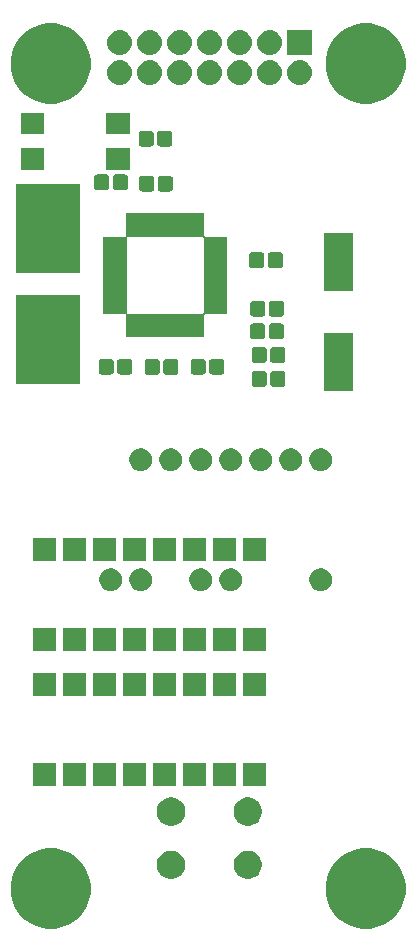
<source format=gts>
G04 #@! TF.GenerationSoftware,KiCad,Pcbnew,5.0.1-33cea8e~68~ubuntu14.04.1*
G04 #@! TF.CreationDate,2018-11-20T22:43:19-08:00*
G04 #@! TF.ProjectId,count,636F756E742E6B696361645F70636200,rev?*
G04 #@! TF.SameCoordinates,Original*
G04 #@! TF.FileFunction,Soldermask,Top*
G04 #@! TF.FilePolarity,Negative*
%FSLAX46Y46*%
G04 Gerber Fmt 4.6, Leading zero omitted, Abs format (unit mm)*
G04 Created by KiCad (PCBNEW 5.0.1-33cea8e~68~ubuntu14.04.1) date Tue 20 Nov 2018 10:43:19 PM PST*
%MOMM*%
%LPD*%
G01*
G04 APERTURE LIST*
%ADD10C,0.100000*%
G04 APERTURE END LIST*
D10*
G36*
X155677743Y-163354660D02*
X156296503Y-163610958D01*
X156853377Y-163983050D01*
X157326950Y-164456623D01*
X157699042Y-165013497D01*
X157955340Y-165632257D01*
X158086000Y-166289128D01*
X158086000Y-166958872D01*
X157955340Y-167615743D01*
X157699042Y-168234503D01*
X157326950Y-168791377D01*
X156853377Y-169264950D01*
X156296503Y-169637042D01*
X155677743Y-169893340D01*
X155020872Y-170024000D01*
X154351128Y-170024000D01*
X153694257Y-169893340D01*
X153075497Y-169637042D01*
X152518623Y-169264950D01*
X152045050Y-168791377D01*
X151672958Y-168234503D01*
X151416660Y-167615743D01*
X151286000Y-166958872D01*
X151286000Y-166289128D01*
X151416660Y-165632257D01*
X151672958Y-165013497D01*
X152045050Y-164456623D01*
X152518623Y-163983050D01*
X153075497Y-163610958D01*
X153694257Y-163354660D01*
X154351128Y-163224000D01*
X155020872Y-163224000D01*
X155677743Y-163354660D01*
X155677743Y-163354660D01*
G37*
G36*
X129007743Y-163354660D02*
X129626503Y-163610958D01*
X130183377Y-163983050D01*
X130656950Y-164456623D01*
X131029042Y-165013497D01*
X131285340Y-165632257D01*
X131416000Y-166289128D01*
X131416000Y-166958872D01*
X131285340Y-167615743D01*
X131029042Y-168234503D01*
X130656950Y-168791377D01*
X130183377Y-169264950D01*
X129626503Y-169637042D01*
X129007743Y-169893340D01*
X128350872Y-170024000D01*
X127681128Y-170024000D01*
X127024257Y-169893340D01*
X126405497Y-169637042D01*
X125848623Y-169264950D01*
X125375050Y-168791377D01*
X125002958Y-168234503D01*
X124746660Y-167615743D01*
X124616000Y-166958872D01*
X124616000Y-166289128D01*
X124746660Y-165632257D01*
X125002958Y-165013497D01*
X125375050Y-164456623D01*
X125848623Y-163983050D01*
X126405497Y-163610958D01*
X127024257Y-163354660D01*
X127681128Y-163224000D01*
X128350872Y-163224000D01*
X129007743Y-163354660D01*
X129007743Y-163354660D01*
G37*
G36*
X145050026Y-163446115D02*
X145268412Y-163536573D01*
X145464958Y-163667901D01*
X145632099Y-163835042D01*
X145763427Y-164031588D01*
X145853885Y-164249974D01*
X145900000Y-164481809D01*
X145900000Y-164718191D01*
X145853885Y-164950026D01*
X145763427Y-165168412D01*
X145632099Y-165364958D01*
X145464958Y-165532099D01*
X145268412Y-165663427D01*
X145050026Y-165753885D01*
X144818191Y-165800000D01*
X144581809Y-165800000D01*
X144349974Y-165753885D01*
X144131588Y-165663427D01*
X143935042Y-165532099D01*
X143767901Y-165364958D01*
X143636573Y-165168412D01*
X143546115Y-164950026D01*
X143500000Y-164718191D01*
X143500000Y-164481809D01*
X143546115Y-164249974D01*
X143636573Y-164031588D01*
X143767901Y-163835042D01*
X143935042Y-163667901D01*
X144131588Y-163536573D01*
X144349974Y-163446115D01*
X144581809Y-163400000D01*
X144818191Y-163400000D01*
X145050026Y-163446115D01*
X145050026Y-163446115D01*
G37*
G36*
X138550026Y-163446115D02*
X138768412Y-163536573D01*
X138964958Y-163667901D01*
X139132099Y-163835042D01*
X139263427Y-164031588D01*
X139353885Y-164249974D01*
X139400000Y-164481809D01*
X139400000Y-164718191D01*
X139353885Y-164950026D01*
X139263427Y-165168412D01*
X139132099Y-165364958D01*
X138964958Y-165532099D01*
X138768412Y-165663427D01*
X138550026Y-165753885D01*
X138318191Y-165800000D01*
X138081809Y-165800000D01*
X137849974Y-165753885D01*
X137631588Y-165663427D01*
X137435042Y-165532099D01*
X137267901Y-165364958D01*
X137136573Y-165168412D01*
X137046115Y-164950026D01*
X137000000Y-164718191D01*
X137000000Y-164481809D01*
X137046115Y-164249974D01*
X137136573Y-164031588D01*
X137267901Y-163835042D01*
X137435042Y-163667901D01*
X137631588Y-163536573D01*
X137849974Y-163446115D01*
X138081809Y-163400000D01*
X138318191Y-163400000D01*
X138550026Y-163446115D01*
X138550026Y-163446115D01*
G37*
G36*
X138550026Y-158946115D02*
X138768412Y-159036573D01*
X138964958Y-159167901D01*
X139132099Y-159335042D01*
X139263427Y-159531588D01*
X139353885Y-159749974D01*
X139400000Y-159981809D01*
X139400000Y-160218191D01*
X139353885Y-160450026D01*
X139263427Y-160668412D01*
X139132099Y-160864958D01*
X138964958Y-161032099D01*
X138768412Y-161163427D01*
X138550026Y-161253885D01*
X138318191Y-161300000D01*
X138081809Y-161300000D01*
X137849974Y-161253885D01*
X137631588Y-161163427D01*
X137435042Y-161032099D01*
X137267901Y-160864958D01*
X137136573Y-160668412D01*
X137046115Y-160450026D01*
X137000000Y-160218191D01*
X137000000Y-159981809D01*
X137046115Y-159749974D01*
X137136573Y-159531588D01*
X137267901Y-159335042D01*
X137435042Y-159167901D01*
X137631588Y-159036573D01*
X137849974Y-158946115D01*
X138081809Y-158900000D01*
X138318191Y-158900000D01*
X138550026Y-158946115D01*
X138550026Y-158946115D01*
G37*
G36*
X145050026Y-158946115D02*
X145268412Y-159036573D01*
X145464958Y-159167901D01*
X145632099Y-159335042D01*
X145763427Y-159531588D01*
X145853885Y-159749974D01*
X145900000Y-159981809D01*
X145900000Y-160218191D01*
X145853885Y-160450026D01*
X145763427Y-160668412D01*
X145632099Y-160864958D01*
X145464958Y-161032099D01*
X145268412Y-161163427D01*
X145050026Y-161253885D01*
X144818191Y-161300000D01*
X144581809Y-161300000D01*
X144349974Y-161253885D01*
X144131588Y-161163427D01*
X143935042Y-161032099D01*
X143767901Y-160864958D01*
X143636573Y-160668412D01*
X143546115Y-160450026D01*
X143500000Y-160218191D01*
X143500000Y-159981809D01*
X143546115Y-159749974D01*
X143636573Y-159531588D01*
X143767901Y-159335042D01*
X143935042Y-159167901D01*
X144131588Y-159036573D01*
X144349974Y-158946115D01*
X144581809Y-158900000D01*
X144818191Y-158900000D01*
X145050026Y-158946115D01*
X145050026Y-158946115D01*
G37*
G36*
X128508000Y-157972000D02*
X126508000Y-157972000D01*
X126508000Y-155972000D01*
X128508000Y-155972000D01*
X128508000Y-157972000D01*
X128508000Y-157972000D01*
G37*
G36*
X131048000Y-157972000D02*
X129048000Y-157972000D01*
X129048000Y-155972000D01*
X131048000Y-155972000D01*
X131048000Y-157972000D01*
X131048000Y-157972000D01*
G37*
G36*
X136128000Y-157972000D02*
X134128000Y-157972000D01*
X134128000Y-155972000D01*
X136128000Y-155972000D01*
X136128000Y-157972000D01*
X136128000Y-157972000D01*
G37*
G36*
X138668000Y-157972000D02*
X136668000Y-157972000D01*
X136668000Y-155972000D01*
X138668000Y-155972000D01*
X138668000Y-157972000D01*
X138668000Y-157972000D01*
G37*
G36*
X141208000Y-157972000D02*
X139208000Y-157972000D01*
X139208000Y-155972000D01*
X141208000Y-155972000D01*
X141208000Y-157972000D01*
X141208000Y-157972000D01*
G37*
G36*
X143748000Y-157972000D02*
X141748000Y-157972000D01*
X141748000Y-155972000D01*
X143748000Y-155972000D01*
X143748000Y-157972000D01*
X143748000Y-157972000D01*
G37*
G36*
X146288000Y-157972000D02*
X144288000Y-157972000D01*
X144288000Y-155972000D01*
X146288000Y-155972000D01*
X146288000Y-157972000D01*
X146288000Y-157972000D01*
G37*
G36*
X133588000Y-157972000D02*
X131588000Y-157972000D01*
X131588000Y-155972000D01*
X133588000Y-155972000D01*
X133588000Y-157972000D01*
X133588000Y-157972000D01*
G37*
G36*
X141208000Y-150352000D02*
X139208000Y-150352000D01*
X139208000Y-148352000D01*
X141208000Y-148352000D01*
X141208000Y-150352000D01*
X141208000Y-150352000D01*
G37*
G36*
X146288000Y-150352000D02*
X144288000Y-150352000D01*
X144288000Y-148352000D01*
X146288000Y-148352000D01*
X146288000Y-150352000D01*
X146288000Y-150352000D01*
G37*
G36*
X128508000Y-150352000D02*
X126508000Y-150352000D01*
X126508000Y-148352000D01*
X128508000Y-148352000D01*
X128508000Y-150352000D01*
X128508000Y-150352000D01*
G37*
G36*
X143748000Y-150352000D02*
X141748000Y-150352000D01*
X141748000Y-148352000D01*
X143748000Y-148352000D01*
X143748000Y-150352000D01*
X143748000Y-150352000D01*
G37*
G36*
X131048000Y-150352000D02*
X129048000Y-150352000D01*
X129048000Y-148352000D01*
X131048000Y-148352000D01*
X131048000Y-150352000D01*
X131048000Y-150352000D01*
G37*
G36*
X133588000Y-150352000D02*
X131588000Y-150352000D01*
X131588000Y-148352000D01*
X133588000Y-148352000D01*
X133588000Y-150352000D01*
X133588000Y-150352000D01*
G37*
G36*
X138668000Y-150352000D02*
X136668000Y-150352000D01*
X136668000Y-148352000D01*
X138668000Y-148352000D01*
X138668000Y-150352000D01*
X138668000Y-150352000D01*
G37*
G36*
X136128000Y-150352000D02*
X134128000Y-150352000D01*
X134128000Y-148352000D01*
X136128000Y-148352000D01*
X136128000Y-150352000D01*
X136128000Y-150352000D01*
G37*
G36*
X143748000Y-146542000D02*
X141748000Y-146542000D01*
X141748000Y-144542000D01*
X143748000Y-144542000D01*
X143748000Y-146542000D01*
X143748000Y-146542000D01*
G37*
G36*
X128508000Y-146542000D02*
X126508000Y-146542000D01*
X126508000Y-144542000D01*
X128508000Y-144542000D01*
X128508000Y-146542000D01*
X128508000Y-146542000D01*
G37*
G36*
X131048000Y-146542000D02*
X129048000Y-146542000D01*
X129048000Y-144542000D01*
X131048000Y-144542000D01*
X131048000Y-146542000D01*
X131048000Y-146542000D01*
G37*
G36*
X133588000Y-146542000D02*
X131588000Y-146542000D01*
X131588000Y-144542000D01*
X133588000Y-144542000D01*
X133588000Y-146542000D01*
X133588000Y-146542000D01*
G37*
G36*
X138668000Y-146542000D02*
X136668000Y-146542000D01*
X136668000Y-144542000D01*
X138668000Y-144542000D01*
X138668000Y-146542000D01*
X138668000Y-146542000D01*
G37*
G36*
X146288000Y-146542000D02*
X144288000Y-146542000D01*
X144288000Y-144542000D01*
X146288000Y-144542000D01*
X146288000Y-146542000D01*
X146288000Y-146542000D01*
G37*
G36*
X141208000Y-146542000D02*
X139208000Y-146542000D01*
X139208000Y-144542000D01*
X141208000Y-144542000D01*
X141208000Y-146542000D01*
X141208000Y-146542000D01*
G37*
G36*
X136128000Y-146542000D02*
X134128000Y-146542000D01*
X134128000Y-144542000D01*
X136128000Y-144542000D01*
X136128000Y-146542000D01*
X136128000Y-146542000D01*
G37*
G36*
X151156603Y-139536968D02*
X151156606Y-139536969D01*
X151156605Y-139536969D01*
X151331678Y-139609486D01*
X151331679Y-139609487D01*
X151489241Y-139714767D01*
X151623233Y-139848759D01*
X151623234Y-139848761D01*
X151728514Y-140006322D01*
X151784603Y-140141734D01*
X151801032Y-140181397D01*
X151838000Y-140367250D01*
X151838000Y-140556750D01*
X151801032Y-140742603D01*
X151801031Y-140742605D01*
X151728514Y-140917678D01*
X151728513Y-140917679D01*
X151623233Y-141075241D01*
X151489241Y-141209233D01*
X151409923Y-141262232D01*
X151331678Y-141314514D01*
X151196266Y-141370603D01*
X151156603Y-141387032D01*
X150970750Y-141424000D01*
X150781250Y-141424000D01*
X150595397Y-141387032D01*
X150555734Y-141370603D01*
X150420322Y-141314514D01*
X150342077Y-141262232D01*
X150262759Y-141209233D01*
X150128767Y-141075241D01*
X150023487Y-140917679D01*
X150023486Y-140917678D01*
X149950969Y-140742605D01*
X149950968Y-140742603D01*
X149914000Y-140556750D01*
X149914000Y-140367250D01*
X149950968Y-140181397D01*
X149967397Y-140141734D01*
X150023486Y-140006322D01*
X150128766Y-139848761D01*
X150128767Y-139848759D01*
X150262759Y-139714767D01*
X150420321Y-139609487D01*
X150420322Y-139609486D01*
X150595395Y-139536969D01*
X150595394Y-139536969D01*
X150595397Y-139536968D01*
X150781250Y-139500000D01*
X150970750Y-139500000D01*
X151156603Y-139536968D01*
X151156603Y-139536968D01*
G37*
G36*
X133376603Y-139536968D02*
X133376606Y-139536969D01*
X133376605Y-139536969D01*
X133551678Y-139609486D01*
X133551679Y-139609487D01*
X133709241Y-139714767D01*
X133843233Y-139848759D01*
X133843234Y-139848761D01*
X133948514Y-140006322D01*
X134004603Y-140141734D01*
X134021032Y-140181397D01*
X134058000Y-140367250D01*
X134058000Y-140556750D01*
X134021032Y-140742603D01*
X134021031Y-140742605D01*
X133948514Y-140917678D01*
X133948513Y-140917679D01*
X133843233Y-141075241D01*
X133709241Y-141209233D01*
X133629923Y-141262232D01*
X133551678Y-141314514D01*
X133416266Y-141370603D01*
X133376603Y-141387032D01*
X133190750Y-141424000D01*
X133001250Y-141424000D01*
X132815397Y-141387032D01*
X132775734Y-141370603D01*
X132640322Y-141314514D01*
X132562077Y-141262232D01*
X132482759Y-141209233D01*
X132348767Y-141075241D01*
X132243487Y-140917679D01*
X132243486Y-140917678D01*
X132170969Y-140742605D01*
X132170968Y-140742603D01*
X132134000Y-140556750D01*
X132134000Y-140367250D01*
X132170968Y-140181397D01*
X132187397Y-140141734D01*
X132243486Y-140006322D01*
X132348766Y-139848761D01*
X132348767Y-139848759D01*
X132482759Y-139714767D01*
X132640321Y-139609487D01*
X132640322Y-139609486D01*
X132815395Y-139536969D01*
X132815394Y-139536969D01*
X132815397Y-139536968D01*
X133001250Y-139500000D01*
X133190750Y-139500000D01*
X133376603Y-139536968D01*
X133376603Y-139536968D01*
G37*
G36*
X135916603Y-139536968D02*
X135916606Y-139536969D01*
X135916605Y-139536969D01*
X136091678Y-139609486D01*
X136091679Y-139609487D01*
X136249241Y-139714767D01*
X136383233Y-139848759D01*
X136383234Y-139848761D01*
X136488514Y-140006322D01*
X136544603Y-140141734D01*
X136561032Y-140181397D01*
X136598000Y-140367250D01*
X136598000Y-140556750D01*
X136561032Y-140742603D01*
X136561031Y-140742605D01*
X136488514Y-140917678D01*
X136488513Y-140917679D01*
X136383233Y-141075241D01*
X136249241Y-141209233D01*
X136169923Y-141262232D01*
X136091678Y-141314514D01*
X135956266Y-141370603D01*
X135916603Y-141387032D01*
X135730750Y-141424000D01*
X135541250Y-141424000D01*
X135355397Y-141387032D01*
X135315734Y-141370603D01*
X135180322Y-141314514D01*
X135102077Y-141262232D01*
X135022759Y-141209233D01*
X134888767Y-141075241D01*
X134783487Y-140917679D01*
X134783486Y-140917678D01*
X134710969Y-140742605D01*
X134710968Y-140742603D01*
X134674000Y-140556750D01*
X134674000Y-140367250D01*
X134710968Y-140181397D01*
X134727397Y-140141734D01*
X134783486Y-140006322D01*
X134888766Y-139848761D01*
X134888767Y-139848759D01*
X135022759Y-139714767D01*
X135180321Y-139609487D01*
X135180322Y-139609486D01*
X135355395Y-139536969D01*
X135355394Y-139536969D01*
X135355397Y-139536968D01*
X135541250Y-139500000D01*
X135730750Y-139500000D01*
X135916603Y-139536968D01*
X135916603Y-139536968D01*
G37*
G36*
X140996603Y-139536968D02*
X140996606Y-139536969D01*
X140996605Y-139536969D01*
X141171678Y-139609486D01*
X141171679Y-139609487D01*
X141329241Y-139714767D01*
X141463233Y-139848759D01*
X141463234Y-139848761D01*
X141568514Y-140006322D01*
X141624603Y-140141734D01*
X141641032Y-140181397D01*
X141678000Y-140367250D01*
X141678000Y-140556750D01*
X141641032Y-140742603D01*
X141641031Y-140742605D01*
X141568514Y-140917678D01*
X141568513Y-140917679D01*
X141463233Y-141075241D01*
X141329241Y-141209233D01*
X141249923Y-141262232D01*
X141171678Y-141314514D01*
X141036266Y-141370603D01*
X140996603Y-141387032D01*
X140810750Y-141424000D01*
X140621250Y-141424000D01*
X140435397Y-141387032D01*
X140395734Y-141370603D01*
X140260322Y-141314514D01*
X140182077Y-141262232D01*
X140102759Y-141209233D01*
X139968767Y-141075241D01*
X139863487Y-140917679D01*
X139863486Y-140917678D01*
X139790969Y-140742605D01*
X139790968Y-140742603D01*
X139754000Y-140556750D01*
X139754000Y-140367250D01*
X139790968Y-140181397D01*
X139807397Y-140141734D01*
X139863486Y-140006322D01*
X139968766Y-139848761D01*
X139968767Y-139848759D01*
X140102759Y-139714767D01*
X140260321Y-139609487D01*
X140260322Y-139609486D01*
X140435395Y-139536969D01*
X140435394Y-139536969D01*
X140435397Y-139536968D01*
X140621250Y-139500000D01*
X140810750Y-139500000D01*
X140996603Y-139536968D01*
X140996603Y-139536968D01*
G37*
G36*
X143536603Y-139536968D02*
X143536606Y-139536969D01*
X143536605Y-139536969D01*
X143711678Y-139609486D01*
X143711679Y-139609487D01*
X143869241Y-139714767D01*
X144003233Y-139848759D01*
X144003234Y-139848761D01*
X144108514Y-140006322D01*
X144164603Y-140141734D01*
X144181032Y-140181397D01*
X144218000Y-140367250D01*
X144218000Y-140556750D01*
X144181032Y-140742603D01*
X144181031Y-140742605D01*
X144108514Y-140917678D01*
X144108513Y-140917679D01*
X144003233Y-141075241D01*
X143869241Y-141209233D01*
X143789923Y-141262232D01*
X143711678Y-141314514D01*
X143576266Y-141370603D01*
X143536603Y-141387032D01*
X143350750Y-141424000D01*
X143161250Y-141424000D01*
X142975397Y-141387032D01*
X142935734Y-141370603D01*
X142800322Y-141314514D01*
X142722077Y-141262232D01*
X142642759Y-141209233D01*
X142508767Y-141075241D01*
X142403487Y-140917679D01*
X142403486Y-140917678D01*
X142330969Y-140742605D01*
X142330968Y-140742603D01*
X142294000Y-140556750D01*
X142294000Y-140367250D01*
X142330968Y-140181397D01*
X142347397Y-140141734D01*
X142403486Y-140006322D01*
X142508766Y-139848761D01*
X142508767Y-139848759D01*
X142642759Y-139714767D01*
X142800321Y-139609487D01*
X142800322Y-139609486D01*
X142975395Y-139536969D01*
X142975394Y-139536969D01*
X142975397Y-139536968D01*
X143161250Y-139500000D01*
X143350750Y-139500000D01*
X143536603Y-139536968D01*
X143536603Y-139536968D01*
G37*
G36*
X143748000Y-138922000D02*
X141748000Y-138922000D01*
X141748000Y-136922000D01*
X143748000Y-136922000D01*
X143748000Y-138922000D01*
X143748000Y-138922000D01*
G37*
G36*
X146288000Y-138922000D02*
X144288000Y-138922000D01*
X144288000Y-136922000D01*
X146288000Y-136922000D01*
X146288000Y-138922000D01*
X146288000Y-138922000D01*
G37*
G36*
X141208000Y-138922000D02*
X139208000Y-138922000D01*
X139208000Y-136922000D01*
X141208000Y-136922000D01*
X141208000Y-138922000D01*
X141208000Y-138922000D01*
G37*
G36*
X138668000Y-138922000D02*
X136668000Y-138922000D01*
X136668000Y-136922000D01*
X138668000Y-136922000D01*
X138668000Y-138922000D01*
X138668000Y-138922000D01*
G37*
G36*
X136128000Y-138922000D02*
X134128000Y-138922000D01*
X134128000Y-136922000D01*
X136128000Y-136922000D01*
X136128000Y-138922000D01*
X136128000Y-138922000D01*
G37*
G36*
X133588000Y-138922000D02*
X131588000Y-138922000D01*
X131588000Y-136922000D01*
X133588000Y-136922000D01*
X133588000Y-138922000D01*
X133588000Y-138922000D01*
G37*
G36*
X131048000Y-138922000D02*
X129048000Y-138922000D01*
X129048000Y-136922000D01*
X131048000Y-136922000D01*
X131048000Y-138922000D01*
X131048000Y-138922000D01*
G37*
G36*
X128508000Y-138922000D02*
X126508000Y-138922000D01*
X126508000Y-136922000D01*
X128508000Y-136922000D01*
X128508000Y-138922000D01*
X128508000Y-138922000D01*
G37*
G36*
X151156603Y-129376968D02*
X151156606Y-129376969D01*
X151156605Y-129376969D01*
X151331678Y-129449486D01*
X151331679Y-129449487D01*
X151489241Y-129554767D01*
X151623233Y-129688759D01*
X151623234Y-129688761D01*
X151728514Y-129846322D01*
X151784603Y-129981734D01*
X151801032Y-130021397D01*
X151838000Y-130207250D01*
X151838000Y-130396750D01*
X151801032Y-130582603D01*
X151801031Y-130582605D01*
X151728514Y-130757678D01*
X151728513Y-130757679D01*
X151623233Y-130915241D01*
X151489241Y-131049233D01*
X151409923Y-131102232D01*
X151331678Y-131154514D01*
X151196266Y-131210603D01*
X151156603Y-131227032D01*
X150970750Y-131264000D01*
X150781250Y-131264000D01*
X150595397Y-131227032D01*
X150555734Y-131210603D01*
X150420322Y-131154514D01*
X150342077Y-131102232D01*
X150262759Y-131049233D01*
X150128767Y-130915241D01*
X150023487Y-130757679D01*
X150023486Y-130757678D01*
X149950969Y-130582605D01*
X149950968Y-130582603D01*
X149914000Y-130396750D01*
X149914000Y-130207250D01*
X149950968Y-130021397D01*
X149967397Y-129981734D01*
X150023486Y-129846322D01*
X150128766Y-129688761D01*
X150128767Y-129688759D01*
X150262759Y-129554767D01*
X150420321Y-129449487D01*
X150420322Y-129449486D01*
X150595395Y-129376969D01*
X150595394Y-129376969D01*
X150595397Y-129376968D01*
X150781250Y-129340000D01*
X150970750Y-129340000D01*
X151156603Y-129376968D01*
X151156603Y-129376968D01*
G37*
G36*
X148616603Y-129376968D02*
X148616606Y-129376969D01*
X148616605Y-129376969D01*
X148791678Y-129449486D01*
X148791679Y-129449487D01*
X148949241Y-129554767D01*
X149083233Y-129688759D01*
X149083234Y-129688761D01*
X149188514Y-129846322D01*
X149244603Y-129981734D01*
X149261032Y-130021397D01*
X149298000Y-130207250D01*
X149298000Y-130396750D01*
X149261032Y-130582603D01*
X149261031Y-130582605D01*
X149188514Y-130757678D01*
X149188513Y-130757679D01*
X149083233Y-130915241D01*
X148949241Y-131049233D01*
X148869923Y-131102232D01*
X148791678Y-131154514D01*
X148656266Y-131210603D01*
X148616603Y-131227032D01*
X148430750Y-131264000D01*
X148241250Y-131264000D01*
X148055397Y-131227032D01*
X148015734Y-131210603D01*
X147880322Y-131154514D01*
X147802077Y-131102232D01*
X147722759Y-131049233D01*
X147588767Y-130915241D01*
X147483487Y-130757679D01*
X147483486Y-130757678D01*
X147410969Y-130582605D01*
X147410968Y-130582603D01*
X147374000Y-130396750D01*
X147374000Y-130207250D01*
X147410968Y-130021397D01*
X147427397Y-129981734D01*
X147483486Y-129846322D01*
X147588766Y-129688761D01*
X147588767Y-129688759D01*
X147722759Y-129554767D01*
X147880321Y-129449487D01*
X147880322Y-129449486D01*
X148055395Y-129376969D01*
X148055394Y-129376969D01*
X148055397Y-129376968D01*
X148241250Y-129340000D01*
X148430750Y-129340000D01*
X148616603Y-129376968D01*
X148616603Y-129376968D01*
G37*
G36*
X146076603Y-129376968D02*
X146076606Y-129376969D01*
X146076605Y-129376969D01*
X146251678Y-129449486D01*
X146251679Y-129449487D01*
X146409241Y-129554767D01*
X146543233Y-129688759D01*
X146543234Y-129688761D01*
X146648514Y-129846322D01*
X146704603Y-129981734D01*
X146721032Y-130021397D01*
X146758000Y-130207250D01*
X146758000Y-130396750D01*
X146721032Y-130582603D01*
X146721031Y-130582605D01*
X146648514Y-130757678D01*
X146648513Y-130757679D01*
X146543233Y-130915241D01*
X146409241Y-131049233D01*
X146329923Y-131102232D01*
X146251678Y-131154514D01*
X146116266Y-131210603D01*
X146076603Y-131227032D01*
X145890750Y-131264000D01*
X145701250Y-131264000D01*
X145515397Y-131227032D01*
X145475734Y-131210603D01*
X145340322Y-131154514D01*
X145262077Y-131102232D01*
X145182759Y-131049233D01*
X145048767Y-130915241D01*
X144943487Y-130757679D01*
X144943486Y-130757678D01*
X144870969Y-130582605D01*
X144870968Y-130582603D01*
X144834000Y-130396750D01*
X144834000Y-130207250D01*
X144870968Y-130021397D01*
X144887397Y-129981734D01*
X144943486Y-129846322D01*
X145048766Y-129688761D01*
X145048767Y-129688759D01*
X145182759Y-129554767D01*
X145340321Y-129449487D01*
X145340322Y-129449486D01*
X145515395Y-129376969D01*
X145515394Y-129376969D01*
X145515397Y-129376968D01*
X145701250Y-129340000D01*
X145890750Y-129340000D01*
X146076603Y-129376968D01*
X146076603Y-129376968D01*
G37*
G36*
X138456603Y-129376968D02*
X138456606Y-129376969D01*
X138456605Y-129376969D01*
X138631678Y-129449486D01*
X138631679Y-129449487D01*
X138789241Y-129554767D01*
X138923233Y-129688759D01*
X138923234Y-129688761D01*
X139028514Y-129846322D01*
X139084603Y-129981734D01*
X139101032Y-130021397D01*
X139138000Y-130207250D01*
X139138000Y-130396750D01*
X139101032Y-130582603D01*
X139101031Y-130582605D01*
X139028514Y-130757678D01*
X139028513Y-130757679D01*
X138923233Y-130915241D01*
X138789241Y-131049233D01*
X138709923Y-131102232D01*
X138631678Y-131154514D01*
X138496266Y-131210603D01*
X138456603Y-131227032D01*
X138270750Y-131264000D01*
X138081250Y-131264000D01*
X137895397Y-131227032D01*
X137855734Y-131210603D01*
X137720322Y-131154514D01*
X137642077Y-131102232D01*
X137562759Y-131049233D01*
X137428767Y-130915241D01*
X137323487Y-130757679D01*
X137323486Y-130757678D01*
X137250969Y-130582605D01*
X137250968Y-130582603D01*
X137214000Y-130396750D01*
X137214000Y-130207250D01*
X137250968Y-130021397D01*
X137267397Y-129981734D01*
X137323486Y-129846322D01*
X137428766Y-129688761D01*
X137428767Y-129688759D01*
X137562759Y-129554767D01*
X137720321Y-129449487D01*
X137720322Y-129449486D01*
X137895395Y-129376969D01*
X137895394Y-129376969D01*
X137895397Y-129376968D01*
X138081250Y-129340000D01*
X138270750Y-129340000D01*
X138456603Y-129376968D01*
X138456603Y-129376968D01*
G37*
G36*
X143536603Y-129376968D02*
X143536606Y-129376969D01*
X143536605Y-129376969D01*
X143711678Y-129449486D01*
X143711679Y-129449487D01*
X143869241Y-129554767D01*
X144003233Y-129688759D01*
X144003234Y-129688761D01*
X144108514Y-129846322D01*
X144164603Y-129981734D01*
X144181032Y-130021397D01*
X144218000Y-130207250D01*
X144218000Y-130396750D01*
X144181032Y-130582603D01*
X144181031Y-130582605D01*
X144108514Y-130757678D01*
X144108513Y-130757679D01*
X144003233Y-130915241D01*
X143869241Y-131049233D01*
X143789923Y-131102232D01*
X143711678Y-131154514D01*
X143576266Y-131210603D01*
X143536603Y-131227032D01*
X143350750Y-131264000D01*
X143161250Y-131264000D01*
X142975397Y-131227032D01*
X142935734Y-131210603D01*
X142800322Y-131154514D01*
X142722077Y-131102232D01*
X142642759Y-131049233D01*
X142508767Y-130915241D01*
X142403487Y-130757679D01*
X142403486Y-130757678D01*
X142330969Y-130582605D01*
X142330968Y-130582603D01*
X142294000Y-130396750D01*
X142294000Y-130207250D01*
X142330968Y-130021397D01*
X142347397Y-129981734D01*
X142403486Y-129846322D01*
X142508766Y-129688761D01*
X142508767Y-129688759D01*
X142642759Y-129554767D01*
X142800321Y-129449487D01*
X142800322Y-129449486D01*
X142975395Y-129376969D01*
X142975394Y-129376969D01*
X142975397Y-129376968D01*
X143161250Y-129340000D01*
X143350750Y-129340000D01*
X143536603Y-129376968D01*
X143536603Y-129376968D01*
G37*
G36*
X135916603Y-129376968D02*
X135916606Y-129376969D01*
X135916605Y-129376969D01*
X136091678Y-129449486D01*
X136091679Y-129449487D01*
X136249241Y-129554767D01*
X136383233Y-129688759D01*
X136383234Y-129688761D01*
X136488514Y-129846322D01*
X136544603Y-129981734D01*
X136561032Y-130021397D01*
X136598000Y-130207250D01*
X136598000Y-130396750D01*
X136561032Y-130582603D01*
X136561031Y-130582605D01*
X136488514Y-130757678D01*
X136488513Y-130757679D01*
X136383233Y-130915241D01*
X136249241Y-131049233D01*
X136169923Y-131102232D01*
X136091678Y-131154514D01*
X135956266Y-131210603D01*
X135916603Y-131227032D01*
X135730750Y-131264000D01*
X135541250Y-131264000D01*
X135355397Y-131227032D01*
X135315734Y-131210603D01*
X135180322Y-131154514D01*
X135102077Y-131102232D01*
X135022759Y-131049233D01*
X134888767Y-130915241D01*
X134783487Y-130757679D01*
X134783486Y-130757678D01*
X134710969Y-130582605D01*
X134710968Y-130582603D01*
X134674000Y-130396750D01*
X134674000Y-130207250D01*
X134710968Y-130021397D01*
X134727397Y-129981734D01*
X134783486Y-129846322D01*
X134888766Y-129688761D01*
X134888767Y-129688759D01*
X135022759Y-129554767D01*
X135180321Y-129449487D01*
X135180322Y-129449486D01*
X135355395Y-129376969D01*
X135355394Y-129376969D01*
X135355397Y-129376968D01*
X135541250Y-129340000D01*
X135730750Y-129340000D01*
X135916603Y-129376968D01*
X135916603Y-129376968D01*
G37*
G36*
X140996603Y-129376968D02*
X140996606Y-129376969D01*
X140996605Y-129376969D01*
X141171678Y-129449486D01*
X141171679Y-129449487D01*
X141329241Y-129554767D01*
X141463233Y-129688759D01*
X141463234Y-129688761D01*
X141568514Y-129846322D01*
X141624603Y-129981734D01*
X141641032Y-130021397D01*
X141678000Y-130207250D01*
X141678000Y-130396750D01*
X141641032Y-130582603D01*
X141641031Y-130582605D01*
X141568514Y-130757678D01*
X141568513Y-130757679D01*
X141463233Y-130915241D01*
X141329241Y-131049233D01*
X141249923Y-131102232D01*
X141171678Y-131154514D01*
X141036266Y-131210603D01*
X140996603Y-131227032D01*
X140810750Y-131264000D01*
X140621250Y-131264000D01*
X140435397Y-131227032D01*
X140395734Y-131210603D01*
X140260322Y-131154514D01*
X140182077Y-131102232D01*
X140102759Y-131049233D01*
X139968767Y-130915241D01*
X139863487Y-130757679D01*
X139863486Y-130757678D01*
X139790969Y-130582605D01*
X139790968Y-130582603D01*
X139754000Y-130396750D01*
X139754000Y-130207250D01*
X139790968Y-130021397D01*
X139807397Y-129981734D01*
X139863486Y-129846322D01*
X139968766Y-129688761D01*
X139968767Y-129688759D01*
X140102759Y-129554767D01*
X140260321Y-129449487D01*
X140260322Y-129449486D01*
X140435395Y-129376969D01*
X140435394Y-129376969D01*
X140435397Y-129376968D01*
X140621250Y-129340000D01*
X140810750Y-129340000D01*
X140996603Y-129376968D01*
X140996603Y-129376968D01*
G37*
G36*
X153600000Y-124488000D02*
X151200000Y-124488000D01*
X151200000Y-119588000D01*
X153600000Y-119588000D01*
X153600000Y-124488000D01*
X153600000Y-124488000D01*
G37*
G36*
X146111122Y-122798517D02*
X146159085Y-122813066D01*
X146203275Y-122836686D01*
X146242018Y-122868482D01*
X146273814Y-122907225D01*
X146297434Y-122951415D01*
X146311983Y-122999378D01*
X146317500Y-123055391D01*
X146317500Y-123880609D01*
X146311983Y-123936622D01*
X146297434Y-123984585D01*
X146273814Y-124028775D01*
X146242018Y-124067518D01*
X146203275Y-124099314D01*
X146159085Y-124122934D01*
X146111122Y-124137483D01*
X146055109Y-124143000D01*
X145304891Y-124143000D01*
X145248878Y-124137483D01*
X145200915Y-124122934D01*
X145156725Y-124099314D01*
X145117982Y-124067518D01*
X145086186Y-124028775D01*
X145062566Y-123984585D01*
X145048017Y-123936622D01*
X145042500Y-123880609D01*
X145042500Y-123055391D01*
X145048017Y-122999378D01*
X145062566Y-122951415D01*
X145086186Y-122907225D01*
X145117982Y-122868482D01*
X145156725Y-122836686D01*
X145200915Y-122813066D01*
X145248878Y-122798517D01*
X145304891Y-122793000D01*
X146055109Y-122793000D01*
X146111122Y-122798517D01*
X146111122Y-122798517D01*
G37*
G36*
X147686122Y-122798517D02*
X147734085Y-122813066D01*
X147778275Y-122836686D01*
X147817018Y-122868482D01*
X147848814Y-122907225D01*
X147872434Y-122951415D01*
X147886983Y-122999378D01*
X147892500Y-123055391D01*
X147892500Y-123880609D01*
X147886983Y-123936622D01*
X147872434Y-123984585D01*
X147848814Y-124028775D01*
X147817018Y-124067518D01*
X147778275Y-124099314D01*
X147734085Y-124122934D01*
X147686122Y-124137483D01*
X147630109Y-124143000D01*
X146879891Y-124143000D01*
X146823878Y-124137483D01*
X146775915Y-124122934D01*
X146731725Y-124099314D01*
X146692982Y-124067518D01*
X146661186Y-124028775D01*
X146637566Y-123984585D01*
X146623017Y-123936622D01*
X146617500Y-123880609D01*
X146617500Y-123055391D01*
X146623017Y-122999378D01*
X146637566Y-122951415D01*
X146661186Y-122907225D01*
X146692982Y-122868482D01*
X146731725Y-122836686D01*
X146775915Y-122813066D01*
X146823878Y-122798517D01*
X146879891Y-122793000D01*
X147630109Y-122793000D01*
X147686122Y-122798517D01*
X147686122Y-122798517D01*
G37*
G36*
X130462000Y-123882000D02*
X125062000Y-123882000D01*
X125062000Y-116402000D01*
X130462000Y-116402000D01*
X130462000Y-123882000D01*
X130462000Y-123882000D01*
G37*
G36*
X138621122Y-121782517D02*
X138669085Y-121797066D01*
X138713275Y-121820686D01*
X138752018Y-121852482D01*
X138783814Y-121891225D01*
X138807434Y-121935415D01*
X138821983Y-121983378D01*
X138827500Y-122039391D01*
X138827500Y-122864609D01*
X138821983Y-122920622D01*
X138807434Y-122968585D01*
X138783814Y-123012775D01*
X138752018Y-123051518D01*
X138713275Y-123083314D01*
X138669085Y-123106934D01*
X138621122Y-123121483D01*
X138565109Y-123127000D01*
X137814891Y-123127000D01*
X137758878Y-123121483D01*
X137710915Y-123106934D01*
X137666725Y-123083314D01*
X137627982Y-123051518D01*
X137596186Y-123012775D01*
X137572566Y-122968585D01*
X137558017Y-122920622D01*
X137552500Y-122864609D01*
X137552500Y-122039391D01*
X137558017Y-121983378D01*
X137572566Y-121935415D01*
X137596186Y-121891225D01*
X137627982Y-121852482D01*
X137666725Y-121820686D01*
X137710915Y-121797066D01*
X137758878Y-121782517D01*
X137814891Y-121777000D01*
X138565109Y-121777000D01*
X138621122Y-121782517D01*
X138621122Y-121782517D01*
G37*
G36*
X137046122Y-121782517D02*
X137094085Y-121797066D01*
X137138275Y-121820686D01*
X137177018Y-121852482D01*
X137208814Y-121891225D01*
X137232434Y-121935415D01*
X137246983Y-121983378D01*
X137252500Y-122039391D01*
X137252500Y-122864609D01*
X137246983Y-122920622D01*
X137232434Y-122968585D01*
X137208814Y-123012775D01*
X137177018Y-123051518D01*
X137138275Y-123083314D01*
X137094085Y-123106934D01*
X137046122Y-123121483D01*
X136990109Y-123127000D01*
X136239891Y-123127000D01*
X136183878Y-123121483D01*
X136135915Y-123106934D01*
X136091725Y-123083314D01*
X136052982Y-123051518D01*
X136021186Y-123012775D01*
X135997566Y-122968585D01*
X135983017Y-122920622D01*
X135977500Y-122864609D01*
X135977500Y-122039391D01*
X135983017Y-121983378D01*
X135997566Y-121935415D01*
X136021186Y-121891225D01*
X136052982Y-121852482D01*
X136091725Y-121820686D01*
X136135915Y-121797066D01*
X136183878Y-121782517D01*
X136239891Y-121777000D01*
X136990109Y-121777000D01*
X137046122Y-121782517D01*
X137046122Y-121782517D01*
G37*
G36*
X140931122Y-121758517D02*
X140979085Y-121773066D01*
X141023275Y-121796686D01*
X141062018Y-121828482D01*
X141093814Y-121867225D01*
X141117434Y-121911415D01*
X141131983Y-121959378D01*
X141137500Y-122015391D01*
X141137500Y-122840609D01*
X141131983Y-122896622D01*
X141117434Y-122944585D01*
X141093814Y-122988775D01*
X141062018Y-123027518D01*
X141023275Y-123059314D01*
X140979085Y-123082934D01*
X140931122Y-123097483D01*
X140875109Y-123103000D01*
X140124891Y-123103000D01*
X140068878Y-123097483D01*
X140020915Y-123082934D01*
X139976725Y-123059314D01*
X139937982Y-123027518D01*
X139906186Y-122988775D01*
X139882566Y-122944585D01*
X139868017Y-122896622D01*
X139862500Y-122840609D01*
X139862500Y-122015391D01*
X139868017Y-121959378D01*
X139882566Y-121911415D01*
X139906186Y-121867225D01*
X139937982Y-121828482D01*
X139976725Y-121796686D01*
X140020915Y-121773066D01*
X140068878Y-121758517D01*
X140124891Y-121753000D01*
X140875109Y-121753000D01*
X140931122Y-121758517D01*
X140931122Y-121758517D01*
G37*
G36*
X133146122Y-121758517D02*
X133194085Y-121773066D01*
X133238275Y-121796686D01*
X133277018Y-121828482D01*
X133308814Y-121867225D01*
X133332434Y-121911415D01*
X133346983Y-121959378D01*
X133352500Y-122015391D01*
X133352500Y-122840609D01*
X133346983Y-122896622D01*
X133332434Y-122944585D01*
X133308814Y-122988775D01*
X133277018Y-123027518D01*
X133238275Y-123059314D01*
X133194085Y-123082934D01*
X133146122Y-123097483D01*
X133090109Y-123103000D01*
X132339891Y-123103000D01*
X132283878Y-123097483D01*
X132235915Y-123082934D01*
X132191725Y-123059314D01*
X132152982Y-123027518D01*
X132121186Y-122988775D01*
X132097566Y-122944585D01*
X132083017Y-122896622D01*
X132077500Y-122840609D01*
X132077500Y-122015391D01*
X132083017Y-121959378D01*
X132097566Y-121911415D01*
X132121186Y-121867225D01*
X132152982Y-121828482D01*
X132191725Y-121796686D01*
X132235915Y-121773066D01*
X132283878Y-121758517D01*
X132339891Y-121753000D01*
X133090109Y-121753000D01*
X133146122Y-121758517D01*
X133146122Y-121758517D01*
G37*
G36*
X134721122Y-121758517D02*
X134769085Y-121773066D01*
X134813275Y-121796686D01*
X134852018Y-121828482D01*
X134883814Y-121867225D01*
X134907434Y-121911415D01*
X134921983Y-121959378D01*
X134927500Y-122015391D01*
X134927500Y-122840609D01*
X134921983Y-122896622D01*
X134907434Y-122944585D01*
X134883814Y-122988775D01*
X134852018Y-123027518D01*
X134813275Y-123059314D01*
X134769085Y-123082934D01*
X134721122Y-123097483D01*
X134665109Y-123103000D01*
X133914891Y-123103000D01*
X133858878Y-123097483D01*
X133810915Y-123082934D01*
X133766725Y-123059314D01*
X133727982Y-123027518D01*
X133696186Y-122988775D01*
X133672566Y-122944585D01*
X133658017Y-122896622D01*
X133652500Y-122840609D01*
X133652500Y-122015391D01*
X133658017Y-121959378D01*
X133672566Y-121911415D01*
X133696186Y-121867225D01*
X133727982Y-121828482D01*
X133766725Y-121796686D01*
X133810915Y-121773066D01*
X133858878Y-121758517D01*
X133914891Y-121753000D01*
X134665109Y-121753000D01*
X134721122Y-121758517D01*
X134721122Y-121758517D01*
G37*
G36*
X142506122Y-121758517D02*
X142554085Y-121773066D01*
X142598275Y-121796686D01*
X142637018Y-121828482D01*
X142668814Y-121867225D01*
X142692434Y-121911415D01*
X142706983Y-121959378D01*
X142712500Y-122015391D01*
X142712500Y-122840609D01*
X142706983Y-122896622D01*
X142692434Y-122944585D01*
X142668814Y-122988775D01*
X142637018Y-123027518D01*
X142598275Y-123059314D01*
X142554085Y-123082934D01*
X142506122Y-123097483D01*
X142450109Y-123103000D01*
X141699891Y-123103000D01*
X141643878Y-123097483D01*
X141595915Y-123082934D01*
X141551725Y-123059314D01*
X141512982Y-123027518D01*
X141481186Y-122988775D01*
X141457566Y-122944585D01*
X141443017Y-122896622D01*
X141437500Y-122840609D01*
X141437500Y-122015391D01*
X141443017Y-121959378D01*
X141457566Y-121911415D01*
X141481186Y-121867225D01*
X141512982Y-121828482D01*
X141551725Y-121796686D01*
X141595915Y-121773066D01*
X141643878Y-121758517D01*
X141699891Y-121753000D01*
X142450109Y-121753000D01*
X142506122Y-121758517D01*
X142506122Y-121758517D01*
G37*
G36*
X146096122Y-120768517D02*
X146144085Y-120783066D01*
X146188275Y-120806686D01*
X146227018Y-120838482D01*
X146258814Y-120877225D01*
X146282434Y-120921415D01*
X146296983Y-120969378D01*
X146302500Y-121025391D01*
X146302500Y-121850609D01*
X146296983Y-121906622D01*
X146282434Y-121954585D01*
X146258814Y-121998775D01*
X146227018Y-122037518D01*
X146188275Y-122069314D01*
X146144085Y-122092934D01*
X146096122Y-122107483D01*
X146040109Y-122113000D01*
X145289891Y-122113000D01*
X145233878Y-122107483D01*
X145185915Y-122092934D01*
X145141725Y-122069314D01*
X145102982Y-122037518D01*
X145071186Y-121998775D01*
X145047566Y-121954585D01*
X145033017Y-121906622D01*
X145027500Y-121850609D01*
X145027500Y-121025391D01*
X145033017Y-120969378D01*
X145047566Y-120921415D01*
X145071186Y-120877225D01*
X145102982Y-120838482D01*
X145141725Y-120806686D01*
X145185915Y-120783066D01*
X145233878Y-120768517D01*
X145289891Y-120763000D01*
X146040109Y-120763000D01*
X146096122Y-120768517D01*
X146096122Y-120768517D01*
G37*
G36*
X147671122Y-120768517D02*
X147719085Y-120783066D01*
X147763275Y-120806686D01*
X147802018Y-120838482D01*
X147833814Y-120877225D01*
X147857434Y-120921415D01*
X147871983Y-120969378D01*
X147877500Y-121025391D01*
X147877500Y-121850609D01*
X147871983Y-121906622D01*
X147857434Y-121954585D01*
X147833814Y-121998775D01*
X147802018Y-122037518D01*
X147763275Y-122069314D01*
X147719085Y-122092934D01*
X147671122Y-122107483D01*
X147615109Y-122113000D01*
X146864891Y-122113000D01*
X146808878Y-122107483D01*
X146760915Y-122092934D01*
X146716725Y-122069314D01*
X146677982Y-122037518D01*
X146646186Y-121998775D01*
X146622566Y-121954585D01*
X146608017Y-121906622D01*
X146602500Y-121850609D01*
X146602500Y-121025391D01*
X146608017Y-120969378D01*
X146622566Y-120921415D01*
X146646186Y-120877225D01*
X146677982Y-120838482D01*
X146716725Y-120806686D01*
X146760915Y-120783066D01*
X146808878Y-120768517D01*
X146864891Y-120763000D01*
X147615109Y-120763000D01*
X147671122Y-120768517D01*
X147671122Y-120768517D01*
G37*
G36*
X147546122Y-118778517D02*
X147594085Y-118793066D01*
X147638275Y-118816686D01*
X147677018Y-118848482D01*
X147708814Y-118887225D01*
X147732434Y-118931415D01*
X147746983Y-118979378D01*
X147752500Y-119035391D01*
X147752500Y-119860609D01*
X147746983Y-119916622D01*
X147732434Y-119964585D01*
X147708814Y-120008775D01*
X147677018Y-120047518D01*
X147638275Y-120079314D01*
X147594085Y-120102934D01*
X147546122Y-120117483D01*
X147490109Y-120123000D01*
X146739891Y-120123000D01*
X146683878Y-120117483D01*
X146635915Y-120102934D01*
X146591725Y-120079314D01*
X146552982Y-120047518D01*
X146521186Y-120008775D01*
X146497566Y-119964585D01*
X146483017Y-119916622D01*
X146477500Y-119860609D01*
X146477500Y-119035391D01*
X146483017Y-118979378D01*
X146497566Y-118931415D01*
X146521186Y-118887225D01*
X146552982Y-118848482D01*
X146591725Y-118816686D01*
X146635915Y-118793066D01*
X146683878Y-118778517D01*
X146739891Y-118773000D01*
X147490109Y-118773000D01*
X147546122Y-118778517D01*
X147546122Y-118778517D01*
G37*
G36*
X145971122Y-118778517D02*
X146019085Y-118793066D01*
X146063275Y-118816686D01*
X146102018Y-118848482D01*
X146133814Y-118887225D01*
X146157434Y-118931415D01*
X146171983Y-118979378D01*
X146177500Y-119035391D01*
X146177500Y-119860609D01*
X146171983Y-119916622D01*
X146157434Y-119964585D01*
X146133814Y-120008775D01*
X146102018Y-120047518D01*
X146063275Y-120079314D01*
X146019085Y-120102934D01*
X145971122Y-120117483D01*
X145915109Y-120123000D01*
X145164891Y-120123000D01*
X145108878Y-120117483D01*
X145060915Y-120102934D01*
X145016725Y-120079314D01*
X144977982Y-120047518D01*
X144946186Y-120008775D01*
X144922566Y-119964585D01*
X144908017Y-119916622D01*
X144902500Y-119860609D01*
X144902500Y-119035391D01*
X144908017Y-118979378D01*
X144922566Y-118931415D01*
X144946186Y-118887225D01*
X144977982Y-118848482D01*
X145016725Y-118816686D01*
X145060915Y-118793066D01*
X145108878Y-118778517D01*
X145164891Y-118773000D01*
X145915109Y-118773000D01*
X145971122Y-118778517D01*
X145971122Y-118778517D01*
G37*
G36*
X140985000Y-111310000D02*
X140987402Y-111334386D01*
X140994515Y-111357835D01*
X141006066Y-111379446D01*
X141021612Y-111398388D01*
X141040554Y-111413934D01*
X141062165Y-111425485D01*
X141085614Y-111432598D01*
X141110000Y-111435000D01*
X142960000Y-111435000D01*
X142960000Y-117985000D01*
X141110000Y-117985000D01*
X141085614Y-117987402D01*
X141062165Y-117994515D01*
X141040554Y-118006066D01*
X141021612Y-118021612D01*
X141006066Y-118040554D01*
X140994515Y-118062165D01*
X140987402Y-118085614D01*
X140985000Y-118110000D01*
X140985000Y-119960000D01*
X134435000Y-119960000D01*
X134435000Y-118110000D01*
X134432598Y-118085614D01*
X134425485Y-118062165D01*
X134413934Y-118040554D01*
X134398388Y-118021612D01*
X134379446Y-118006066D01*
X134357835Y-117994515D01*
X134334386Y-117987402D01*
X134310000Y-117985000D01*
X132460000Y-117985000D01*
X132460000Y-111585000D01*
X134460000Y-111585000D01*
X134460000Y-117835000D01*
X134462402Y-117859386D01*
X134469515Y-117882835D01*
X134481066Y-117904446D01*
X134496612Y-117923388D01*
X134515554Y-117938934D01*
X134537165Y-117950485D01*
X134560614Y-117957598D01*
X134585000Y-117960000D01*
X140835000Y-117960000D01*
X140859386Y-117957598D01*
X140882835Y-117950485D01*
X140904446Y-117938934D01*
X140923388Y-117923388D01*
X140938934Y-117904446D01*
X140950485Y-117882835D01*
X140957598Y-117859386D01*
X140960000Y-117835000D01*
X140960000Y-111585000D01*
X140957598Y-111560614D01*
X140950485Y-111537165D01*
X140938934Y-111515554D01*
X140923388Y-111496612D01*
X140904446Y-111481066D01*
X140882835Y-111469515D01*
X140859386Y-111462402D01*
X140835000Y-111460000D01*
X134585000Y-111460000D01*
X134560614Y-111462402D01*
X134537165Y-111469515D01*
X134515554Y-111481066D01*
X134496612Y-111496612D01*
X134481066Y-111515554D01*
X134469515Y-111537165D01*
X134462402Y-111560614D01*
X134460000Y-111585000D01*
X132460000Y-111585000D01*
X132460000Y-111435000D01*
X134310000Y-111435000D01*
X134334386Y-111432598D01*
X134357835Y-111425485D01*
X134379446Y-111413934D01*
X134398388Y-111398388D01*
X134413934Y-111379446D01*
X134425485Y-111357835D01*
X134432598Y-111334386D01*
X134435000Y-111310000D01*
X134435000Y-109460000D01*
X140985000Y-109460000D01*
X140985000Y-111310000D01*
X140985000Y-111310000D01*
G37*
G36*
X147561122Y-116848517D02*
X147609085Y-116863066D01*
X147653275Y-116886686D01*
X147692018Y-116918482D01*
X147723814Y-116957225D01*
X147747434Y-117001415D01*
X147761983Y-117049378D01*
X147767500Y-117105391D01*
X147767500Y-117930609D01*
X147761983Y-117986622D01*
X147747434Y-118034585D01*
X147723814Y-118078775D01*
X147692018Y-118117518D01*
X147653275Y-118149314D01*
X147609085Y-118172934D01*
X147561122Y-118187483D01*
X147505109Y-118193000D01*
X146754891Y-118193000D01*
X146698878Y-118187483D01*
X146650915Y-118172934D01*
X146606725Y-118149314D01*
X146567982Y-118117518D01*
X146536186Y-118078775D01*
X146512566Y-118034585D01*
X146498017Y-117986622D01*
X146492500Y-117930609D01*
X146492500Y-117105391D01*
X146498017Y-117049378D01*
X146512566Y-117001415D01*
X146536186Y-116957225D01*
X146567982Y-116918482D01*
X146606725Y-116886686D01*
X146650915Y-116863066D01*
X146698878Y-116848517D01*
X146754891Y-116843000D01*
X147505109Y-116843000D01*
X147561122Y-116848517D01*
X147561122Y-116848517D01*
G37*
G36*
X145986122Y-116848517D02*
X146034085Y-116863066D01*
X146078275Y-116886686D01*
X146117018Y-116918482D01*
X146148814Y-116957225D01*
X146172434Y-117001415D01*
X146186983Y-117049378D01*
X146192500Y-117105391D01*
X146192500Y-117930609D01*
X146186983Y-117986622D01*
X146172434Y-118034585D01*
X146148814Y-118078775D01*
X146117018Y-118117518D01*
X146078275Y-118149314D01*
X146034085Y-118172934D01*
X145986122Y-118187483D01*
X145930109Y-118193000D01*
X145179891Y-118193000D01*
X145123878Y-118187483D01*
X145075915Y-118172934D01*
X145031725Y-118149314D01*
X144992982Y-118117518D01*
X144961186Y-118078775D01*
X144937566Y-118034585D01*
X144923017Y-117986622D01*
X144917500Y-117930609D01*
X144917500Y-117105391D01*
X144923017Y-117049378D01*
X144937566Y-117001415D01*
X144961186Y-116957225D01*
X144992982Y-116918482D01*
X145031725Y-116886686D01*
X145075915Y-116863066D01*
X145123878Y-116848517D01*
X145179891Y-116843000D01*
X145930109Y-116843000D01*
X145986122Y-116848517D01*
X145986122Y-116848517D01*
G37*
G36*
X153600000Y-115988000D02*
X151200000Y-115988000D01*
X151200000Y-111088000D01*
X153600000Y-111088000D01*
X153600000Y-115988000D01*
X153600000Y-115988000D01*
G37*
G36*
X130462000Y-114484000D02*
X125062000Y-114484000D01*
X125062000Y-107004000D01*
X130462000Y-107004000D01*
X130462000Y-114484000D01*
X130462000Y-114484000D01*
G37*
G36*
X145886122Y-112738517D02*
X145934085Y-112753066D01*
X145978275Y-112776686D01*
X146017018Y-112808482D01*
X146048814Y-112847225D01*
X146072434Y-112891415D01*
X146086983Y-112939378D01*
X146092500Y-112995391D01*
X146092500Y-113820609D01*
X146086983Y-113876622D01*
X146072434Y-113924585D01*
X146048814Y-113968775D01*
X146017018Y-114007518D01*
X145978275Y-114039314D01*
X145934085Y-114062934D01*
X145886122Y-114077483D01*
X145830109Y-114083000D01*
X145079891Y-114083000D01*
X145023878Y-114077483D01*
X144975915Y-114062934D01*
X144931725Y-114039314D01*
X144892982Y-114007518D01*
X144861186Y-113968775D01*
X144837566Y-113924585D01*
X144823017Y-113876622D01*
X144817500Y-113820609D01*
X144817500Y-112995391D01*
X144823017Y-112939378D01*
X144837566Y-112891415D01*
X144861186Y-112847225D01*
X144892982Y-112808482D01*
X144931725Y-112776686D01*
X144975915Y-112753066D01*
X145023878Y-112738517D01*
X145079891Y-112733000D01*
X145830109Y-112733000D01*
X145886122Y-112738517D01*
X145886122Y-112738517D01*
G37*
G36*
X147461122Y-112738517D02*
X147509085Y-112753066D01*
X147553275Y-112776686D01*
X147592018Y-112808482D01*
X147623814Y-112847225D01*
X147647434Y-112891415D01*
X147661983Y-112939378D01*
X147667500Y-112995391D01*
X147667500Y-113820609D01*
X147661983Y-113876622D01*
X147647434Y-113924585D01*
X147623814Y-113968775D01*
X147592018Y-114007518D01*
X147553275Y-114039314D01*
X147509085Y-114062934D01*
X147461122Y-114077483D01*
X147405109Y-114083000D01*
X146654891Y-114083000D01*
X146598878Y-114077483D01*
X146550915Y-114062934D01*
X146506725Y-114039314D01*
X146467982Y-114007518D01*
X146436186Y-113968775D01*
X146412566Y-113924585D01*
X146398017Y-113876622D01*
X146392500Y-113820609D01*
X146392500Y-112995391D01*
X146398017Y-112939378D01*
X146412566Y-112891415D01*
X146436186Y-112847225D01*
X146467982Y-112808482D01*
X146506725Y-112776686D01*
X146550915Y-112753066D01*
X146598878Y-112738517D01*
X146654891Y-112733000D01*
X147405109Y-112733000D01*
X147461122Y-112738517D01*
X147461122Y-112738517D01*
G37*
G36*
X138150122Y-106264517D02*
X138198085Y-106279066D01*
X138242275Y-106302686D01*
X138281018Y-106334482D01*
X138312814Y-106373225D01*
X138336434Y-106417415D01*
X138350983Y-106465378D01*
X138356500Y-106521391D01*
X138356500Y-107346609D01*
X138350983Y-107402622D01*
X138336434Y-107450585D01*
X138312814Y-107494775D01*
X138281018Y-107533518D01*
X138242275Y-107565314D01*
X138198085Y-107588934D01*
X138150122Y-107603483D01*
X138094109Y-107609000D01*
X137343891Y-107609000D01*
X137287878Y-107603483D01*
X137239915Y-107588934D01*
X137195725Y-107565314D01*
X137156982Y-107533518D01*
X137125186Y-107494775D01*
X137101566Y-107450585D01*
X137087017Y-107402622D01*
X137081500Y-107346609D01*
X137081500Y-106521391D01*
X137087017Y-106465378D01*
X137101566Y-106417415D01*
X137125186Y-106373225D01*
X137156982Y-106334482D01*
X137195725Y-106302686D01*
X137239915Y-106279066D01*
X137287878Y-106264517D01*
X137343891Y-106259000D01*
X138094109Y-106259000D01*
X138150122Y-106264517D01*
X138150122Y-106264517D01*
G37*
G36*
X136575122Y-106264517D02*
X136623085Y-106279066D01*
X136667275Y-106302686D01*
X136706018Y-106334482D01*
X136737814Y-106373225D01*
X136761434Y-106417415D01*
X136775983Y-106465378D01*
X136781500Y-106521391D01*
X136781500Y-107346609D01*
X136775983Y-107402622D01*
X136761434Y-107450585D01*
X136737814Y-107494775D01*
X136706018Y-107533518D01*
X136667275Y-107565314D01*
X136623085Y-107588934D01*
X136575122Y-107603483D01*
X136519109Y-107609000D01*
X135768891Y-107609000D01*
X135712878Y-107603483D01*
X135664915Y-107588934D01*
X135620725Y-107565314D01*
X135581982Y-107533518D01*
X135550186Y-107494775D01*
X135526566Y-107450585D01*
X135512017Y-107402622D01*
X135506500Y-107346609D01*
X135506500Y-106521391D01*
X135512017Y-106465378D01*
X135526566Y-106417415D01*
X135550186Y-106373225D01*
X135581982Y-106334482D01*
X135620725Y-106302686D01*
X135664915Y-106279066D01*
X135712878Y-106264517D01*
X135768891Y-106259000D01*
X136519109Y-106259000D01*
X136575122Y-106264517D01*
X136575122Y-106264517D01*
G37*
G36*
X132761122Y-106160517D02*
X132809085Y-106175066D01*
X132853275Y-106198686D01*
X132892018Y-106230482D01*
X132923814Y-106269225D01*
X132947434Y-106313415D01*
X132961983Y-106361378D01*
X132967500Y-106417391D01*
X132967500Y-107242609D01*
X132961983Y-107298622D01*
X132947434Y-107346585D01*
X132923814Y-107390775D01*
X132892018Y-107429518D01*
X132853275Y-107461314D01*
X132809085Y-107484934D01*
X132761122Y-107499483D01*
X132705109Y-107505000D01*
X131954891Y-107505000D01*
X131898878Y-107499483D01*
X131850915Y-107484934D01*
X131806725Y-107461314D01*
X131767982Y-107429518D01*
X131736186Y-107390775D01*
X131712566Y-107346585D01*
X131698017Y-107298622D01*
X131692500Y-107242609D01*
X131692500Y-106417391D01*
X131698017Y-106361378D01*
X131712566Y-106313415D01*
X131736186Y-106269225D01*
X131767982Y-106230482D01*
X131806725Y-106198686D01*
X131850915Y-106175066D01*
X131898878Y-106160517D01*
X131954891Y-106155000D01*
X132705109Y-106155000D01*
X132761122Y-106160517D01*
X132761122Y-106160517D01*
G37*
G36*
X134336122Y-106160517D02*
X134384085Y-106175066D01*
X134428275Y-106198686D01*
X134467018Y-106230482D01*
X134498814Y-106269225D01*
X134522434Y-106313415D01*
X134536983Y-106361378D01*
X134542500Y-106417391D01*
X134542500Y-107242609D01*
X134536983Y-107298622D01*
X134522434Y-107346585D01*
X134498814Y-107390775D01*
X134467018Y-107429518D01*
X134428275Y-107461314D01*
X134384085Y-107484934D01*
X134336122Y-107499483D01*
X134280109Y-107505000D01*
X133529891Y-107505000D01*
X133473878Y-107499483D01*
X133425915Y-107484934D01*
X133381725Y-107461314D01*
X133342982Y-107429518D01*
X133311186Y-107390775D01*
X133287566Y-107346585D01*
X133273017Y-107298622D01*
X133267500Y-107242609D01*
X133267500Y-106417391D01*
X133273017Y-106361378D01*
X133287566Y-106313415D01*
X133311186Y-106269225D01*
X133342982Y-106230482D01*
X133381725Y-106198686D01*
X133425915Y-106175066D01*
X133473878Y-106160517D01*
X133529891Y-106155000D01*
X134280109Y-106155000D01*
X134336122Y-106160517D01*
X134336122Y-106160517D01*
G37*
G36*
X134692000Y-105754000D02*
X132692000Y-105754000D01*
X132692000Y-103954000D01*
X134692000Y-103954000D01*
X134692000Y-105754000D01*
X134692000Y-105754000D01*
G37*
G36*
X127492000Y-105754000D02*
X125492000Y-105754000D01*
X125492000Y-103954000D01*
X127492000Y-103954000D01*
X127492000Y-105754000D01*
X127492000Y-105754000D01*
G37*
G36*
X136524122Y-102454517D02*
X136572085Y-102469066D01*
X136616275Y-102492686D01*
X136655018Y-102524482D01*
X136686814Y-102563225D01*
X136710434Y-102607415D01*
X136724983Y-102655378D01*
X136730500Y-102711391D01*
X136730500Y-103536609D01*
X136724983Y-103592622D01*
X136710434Y-103640585D01*
X136686814Y-103684775D01*
X136655018Y-103723518D01*
X136616275Y-103755314D01*
X136572085Y-103778934D01*
X136524122Y-103793483D01*
X136468109Y-103799000D01*
X135717891Y-103799000D01*
X135661878Y-103793483D01*
X135613915Y-103778934D01*
X135569725Y-103755314D01*
X135530982Y-103723518D01*
X135499186Y-103684775D01*
X135475566Y-103640585D01*
X135461017Y-103592622D01*
X135455500Y-103536609D01*
X135455500Y-102711391D01*
X135461017Y-102655378D01*
X135475566Y-102607415D01*
X135499186Y-102563225D01*
X135530982Y-102524482D01*
X135569725Y-102492686D01*
X135613915Y-102469066D01*
X135661878Y-102454517D01*
X135717891Y-102449000D01*
X136468109Y-102449000D01*
X136524122Y-102454517D01*
X136524122Y-102454517D01*
G37*
G36*
X138099122Y-102454517D02*
X138147085Y-102469066D01*
X138191275Y-102492686D01*
X138230018Y-102524482D01*
X138261814Y-102563225D01*
X138285434Y-102607415D01*
X138299983Y-102655378D01*
X138305500Y-102711391D01*
X138305500Y-103536609D01*
X138299983Y-103592622D01*
X138285434Y-103640585D01*
X138261814Y-103684775D01*
X138230018Y-103723518D01*
X138191275Y-103755314D01*
X138147085Y-103778934D01*
X138099122Y-103793483D01*
X138043109Y-103799000D01*
X137292891Y-103799000D01*
X137236878Y-103793483D01*
X137188915Y-103778934D01*
X137144725Y-103755314D01*
X137105982Y-103723518D01*
X137074186Y-103684775D01*
X137050566Y-103640585D01*
X137036017Y-103592622D01*
X137030500Y-103536609D01*
X137030500Y-102711391D01*
X137036017Y-102655378D01*
X137050566Y-102607415D01*
X137074186Y-102563225D01*
X137105982Y-102524482D01*
X137144725Y-102492686D01*
X137188915Y-102469066D01*
X137236878Y-102454517D01*
X137292891Y-102449000D01*
X138043109Y-102449000D01*
X138099122Y-102454517D01*
X138099122Y-102454517D01*
G37*
G36*
X134692000Y-102754000D02*
X132692000Y-102754000D01*
X132692000Y-100954000D01*
X134692000Y-100954000D01*
X134692000Y-102754000D01*
X134692000Y-102754000D01*
G37*
G36*
X127492000Y-102754000D02*
X125492000Y-102754000D01*
X125492000Y-100954000D01*
X127492000Y-100954000D01*
X127492000Y-102754000D01*
X127492000Y-102754000D01*
G37*
G36*
X155677743Y-93504660D02*
X156296503Y-93760958D01*
X156853377Y-94133050D01*
X157326950Y-94606623D01*
X157699042Y-95163497D01*
X157955340Y-95782257D01*
X158086000Y-96439128D01*
X158086000Y-97108872D01*
X157955340Y-97765743D01*
X157699042Y-98384503D01*
X157326950Y-98941377D01*
X156853377Y-99414950D01*
X156296503Y-99787042D01*
X155677743Y-100043340D01*
X155020872Y-100174000D01*
X154351128Y-100174000D01*
X153694257Y-100043340D01*
X153075497Y-99787042D01*
X152518623Y-99414950D01*
X152045050Y-98941377D01*
X151672958Y-98384503D01*
X151416660Y-97765743D01*
X151286000Y-97108872D01*
X151286000Y-96439128D01*
X151416660Y-95782257D01*
X151672958Y-95163497D01*
X152045050Y-94606623D01*
X152518623Y-94133050D01*
X153075497Y-93760958D01*
X153694257Y-93504660D01*
X154351128Y-93374000D01*
X155020872Y-93374000D01*
X155677743Y-93504660D01*
X155677743Y-93504660D01*
G37*
G36*
X129007743Y-93504660D02*
X129626503Y-93760958D01*
X130183377Y-94133050D01*
X130656950Y-94606623D01*
X131029042Y-95163497D01*
X131285340Y-95782257D01*
X131416000Y-96439128D01*
X131416000Y-97108872D01*
X131285340Y-97765743D01*
X131029042Y-98384503D01*
X130656950Y-98941377D01*
X130183377Y-99414950D01*
X129626503Y-99787042D01*
X129007743Y-100043340D01*
X128350872Y-100174000D01*
X127681128Y-100174000D01*
X127024257Y-100043340D01*
X126405497Y-99787042D01*
X125848623Y-99414950D01*
X125375050Y-98941377D01*
X125002958Y-98384503D01*
X124746660Y-97765743D01*
X124616000Y-97108872D01*
X124616000Y-96439128D01*
X124746660Y-95782257D01*
X125002958Y-95163497D01*
X125375050Y-94606623D01*
X125848623Y-94133050D01*
X126405497Y-93760958D01*
X127024257Y-93504660D01*
X127681128Y-93374000D01*
X128350872Y-93374000D01*
X129007743Y-93504660D01*
X129007743Y-93504660D01*
G37*
G36*
X144146707Y-96493596D02*
X144223836Y-96501193D01*
X144355787Y-96541220D01*
X144421763Y-96561233D01*
X144604172Y-96658733D01*
X144764054Y-96789946D01*
X144895267Y-96949828D01*
X144992767Y-97132237D01*
X144992767Y-97132238D01*
X145052807Y-97330164D01*
X145073080Y-97536000D01*
X145052807Y-97741836D01*
X145012780Y-97873787D01*
X144992767Y-97939763D01*
X144895267Y-98122172D01*
X144764054Y-98282054D01*
X144604172Y-98413267D01*
X144421763Y-98510767D01*
X144355787Y-98530780D01*
X144223836Y-98570807D01*
X144146707Y-98578403D01*
X144069580Y-98586000D01*
X143966420Y-98586000D01*
X143889293Y-98578403D01*
X143812164Y-98570807D01*
X143680213Y-98530780D01*
X143614237Y-98510767D01*
X143431828Y-98413267D01*
X143271946Y-98282054D01*
X143140733Y-98122172D01*
X143043233Y-97939763D01*
X143023220Y-97873787D01*
X142983193Y-97741836D01*
X142962920Y-97536000D01*
X142983193Y-97330164D01*
X143043233Y-97132238D01*
X143043233Y-97132237D01*
X143140733Y-96949828D01*
X143271946Y-96789946D01*
X143431828Y-96658733D01*
X143614237Y-96561233D01*
X143680213Y-96541220D01*
X143812164Y-96501193D01*
X143889293Y-96493596D01*
X143966420Y-96486000D01*
X144069580Y-96486000D01*
X144146707Y-96493596D01*
X144146707Y-96493596D01*
G37*
G36*
X133986707Y-96493596D02*
X134063836Y-96501193D01*
X134195787Y-96541220D01*
X134261763Y-96561233D01*
X134444172Y-96658733D01*
X134604054Y-96789946D01*
X134735267Y-96949828D01*
X134832767Y-97132237D01*
X134832767Y-97132238D01*
X134892807Y-97330164D01*
X134913080Y-97536000D01*
X134892807Y-97741836D01*
X134852780Y-97873787D01*
X134832767Y-97939763D01*
X134735267Y-98122172D01*
X134604054Y-98282054D01*
X134444172Y-98413267D01*
X134261763Y-98510767D01*
X134195787Y-98530780D01*
X134063836Y-98570807D01*
X133986707Y-98578403D01*
X133909580Y-98586000D01*
X133806420Y-98586000D01*
X133729293Y-98578403D01*
X133652164Y-98570807D01*
X133520213Y-98530780D01*
X133454237Y-98510767D01*
X133271828Y-98413267D01*
X133111946Y-98282054D01*
X132980733Y-98122172D01*
X132883233Y-97939763D01*
X132863220Y-97873787D01*
X132823193Y-97741836D01*
X132802920Y-97536000D01*
X132823193Y-97330164D01*
X132883233Y-97132238D01*
X132883233Y-97132237D01*
X132980733Y-96949828D01*
X133111946Y-96789946D01*
X133271828Y-96658733D01*
X133454237Y-96561233D01*
X133520213Y-96541220D01*
X133652164Y-96501193D01*
X133729293Y-96493596D01*
X133806420Y-96486000D01*
X133909580Y-96486000D01*
X133986707Y-96493596D01*
X133986707Y-96493596D01*
G37*
G36*
X149226707Y-96493596D02*
X149303836Y-96501193D01*
X149435787Y-96541220D01*
X149501763Y-96561233D01*
X149684172Y-96658733D01*
X149844054Y-96789946D01*
X149975267Y-96949828D01*
X150072767Y-97132237D01*
X150072767Y-97132238D01*
X150132807Y-97330164D01*
X150153080Y-97536000D01*
X150132807Y-97741836D01*
X150092780Y-97873787D01*
X150072767Y-97939763D01*
X149975267Y-98122172D01*
X149844054Y-98282054D01*
X149684172Y-98413267D01*
X149501763Y-98510767D01*
X149435787Y-98530780D01*
X149303836Y-98570807D01*
X149226707Y-98578403D01*
X149149580Y-98586000D01*
X149046420Y-98586000D01*
X148969293Y-98578403D01*
X148892164Y-98570807D01*
X148760213Y-98530780D01*
X148694237Y-98510767D01*
X148511828Y-98413267D01*
X148351946Y-98282054D01*
X148220733Y-98122172D01*
X148123233Y-97939763D01*
X148103220Y-97873787D01*
X148063193Y-97741836D01*
X148042920Y-97536000D01*
X148063193Y-97330164D01*
X148123233Y-97132238D01*
X148123233Y-97132237D01*
X148220733Y-96949828D01*
X148351946Y-96789946D01*
X148511828Y-96658733D01*
X148694237Y-96561233D01*
X148760213Y-96541220D01*
X148892164Y-96501193D01*
X148969293Y-96493596D01*
X149046420Y-96486000D01*
X149149580Y-96486000D01*
X149226707Y-96493596D01*
X149226707Y-96493596D01*
G37*
G36*
X136526707Y-96493596D02*
X136603836Y-96501193D01*
X136735787Y-96541220D01*
X136801763Y-96561233D01*
X136984172Y-96658733D01*
X137144054Y-96789946D01*
X137275267Y-96949828D01*
X137372767Y-97132237D01*
X137372767Y-97132238D01*
X137432807Y-97330164D01*
X137453080Y-97536000D01*
X137432807Y-97741836D01*
X137392780Y-97873787D01*
X137372767Y-97939763D01*
X137275267Y-98122172D01*
X137144054Y-98282054D01*
X136984172Y-98413267D01*
X136801763Y-98510767D01*
X136735787Y-98530780D01*
X136603836Y-98570807D01*
X136526707Y-98578403D01*
X136449580Y-98586000D01*
X136346420Y-98586000D01*
X136269293Y-98578403D01*
X136192164Y-98570807D01*
X136060213Y-98530780D01*
X135994237Y-98510767D01*
X135811828Y-98413267D01*
X135651946Y-98282054D01*
X135520733Y-98122172D01*
X135423233Y-97939763D01*
X135403220Y-97873787D01*
X135363193Y-97741836D01*
X135342920Y-97536000D01*
X135363193Y-97330164D01*
X135423233Y-97132238D01*
X135423233Y-97132237D01*
X135520733Y-96949828D01*
X135651946Y-96789946D01*
X135811828Y-96658733D01*
X135994237Y-96561233D01*
X136060213Y-96541220D01*
X136192164Y-96501193D01*
X136269293Y-96493596D01*
X136346420Y-96486000D01*
X136449580Y-96486000D01*
X136526707Y-96493596D01*
X136526707Y-96493596D01*
G37*
G36*
X139066707Y-96493596D02*
X139143836Y-96501193D01*
X139275787Y-96541220D01*
X139341763Y-96561233D01*
X139524172Y-96658733D01*
X139684054Y-96789946D01*
X139815267Y-96949828D01*
X139912767Y-97132237D01*
X139912767Y-97132238D01*
X139972807Y-97330164D01*
X139993080Y-97536000D01*
X139972807Y-97741836D01*
X139932780Y-97873787D01*
X139912767Y-97939763D01*
X139815267Y-98122172D01*
X139684054Y-98282054D01*
X139524172Y-98413267D01*
X139341763Y-98510767D01*
X139275787Y-98530780D01*
X139143836Y-98570807D01*
X139066707Y-98578403D01*
X138989580Y-98586000D01*
X138886420Y-98586000D01*
X138809293Y-98578403D01*
X138732164Y-98570807D01*
X138600213Y-98530780D01*
X138534237Y-98510767D01*
X138351828Y-98413267D01*
X138191946Y-98282054D01*
X138060733Y-98122172D01*
X137963233Y-97939763D01*
X137943220Y-97873787D01*
X137903193Y-97741836D01*
X137882920Y-97536000D01*
X137903193Y-97330164D01*
X137963233Y-97132238D01*
X137963233Y-97132237D01*
X138060733Y-96949828D01*
X138191946Y-96789946D01*
X138351828Y-96658733D01*
X138534237Y-96561233D01*
X138600213Y-96541220D01*
X138732164Y-96501193D01*
X138809293Y-96493596D01*
X138886420Y-96486000D01*
X138989580Y-96486000D01*
X139066707Y-96493596D01*
X139066707Y-96493596D01*
G37*
G36*
X146686707Y-96493596D02*
X146763836Y-96501193D01*
X146895787Y-96541220D01*
X146961763Y-96561233D01*
X147144172Y-96658733D01*
X147304054Y-96789946D01*
X147435267Y-96949828D01*
X147532767Y-97132237D01*
X147532767Y-97132238D01*
X147592807Y-97330164D01*
X147613080Y-97536000D01*
X147592807Y-97741836D01*
X147552780Y-97873787D01*
X147532767Y-97939763D01*
X147435267Y-98122172D01*
X147304054Y-98282054D01*
X147144172Y-98413267D01*
X146961763Y-98510767D01*
X146895787Y-98530780D01*
X146763836Y-98570807D01*
X146686707Y-98578403D01*
X146609580Y-98586000D01*
X146506420Y-98586000D01*
X146429293Y-98578403D01*
X146352164Y-98570807D01*
X146220213Y-98530780D01*
X146154237Y-98510767D01*
X145971828Y-98413267D01*
X145811946Y-98282054D01*
X145680733Y-98122172D01*
X145583233Y-97939763D01*
X145563220Y-97873787D01*
X145523193Y-97741836D01*
X145502920Y-97536000D01*
X145523193Y-97330164D01*
X145583233Y-97132238D01*
X145583233Y-97132237D01*
X145680733Y-96949828D01*
X145811946Y-96789946D01*
X145971828Y-96658733D01*
X146154237Y-96561233D01*
X146220213Y-96541220D01*
X146352164Y-96501193D01*
X146429293Y-96493596D01*
X146506420Y-96486000D01*
X146609580Y-96486000D01*
X146686707Y-96493596D01*
X146686707Y-96493596D01*
G37*
G36*
X141606707Y-96493596D02*
X141683836Y-96501193D01*
X141815787Y-96541220D01*
X141881763Y-96561233D01*
X142064172Y-96658733D01*
X142224054Y-96789946D01*
X142355267Y-96949828D01*
X142452767Y-97132237D01*
X142452767Y-97132238D01*
X142512807Y-97330164D01*
X142533080Y-97536000D01*
X142512807Y-97741836D01*
X142472780Y-97873787D01*
X142452767Y-97939763D01*
X142355267Y-98122172D01*
X142224054Y-98282054D01*
X142064172Y-98413267D01*
X141881763Y-98510767D01*
X141815787Y-98530780D01*
X141683836Y-98570807D01*
X141606707Y-98578403D01*
X141529580Y-98586000D01*
X141426420Y-98586000D01*
X141349293Y-98578403D01*
X141272164Y-98570807D01*
X141140213Y-98530780D01*
X141074237Y-98510767D01*
X140891828Y-98413267D01*
X140731946Y-98282054D01*
X140600733Y-98122172D01*
X140503233Y-97939763D01*
X140483220Y-97873787D01*
X140443193Y-97741836D01*
X140422920Y-97536000D01*
X140443193Y-97330164D01*
X140503233Y-97132238D01*
X140503233Y-97132237D01*
X140600733Y-96949828D01*
X140731946Y-96789946D01*
X140891828Y-96658733D01*
X141074237Y-96561233D01*
X141140213Y-96541220D01*
X141272164Y-96501193D01*
X141349293Y-96493596D01*
X141426420Y-96486000D01*
X141529580Y-96486000D01*
X141606707Y-96493596D01*
X141606707Y-96493596D01*
G37*
G36*
X136526707Y-93953597D02*
X136603836Y-93961193D01*
X136735787Y-94001220D01*
X136801763Y-94021233D01*
X136984172Y-94118733D01*
X137144054Y-94249946D01*
X137275267Y-94409828D01*
X137372767Y-94592237D01*
X137372767Y-94592238D01*
X137432807Y-94790164D01*
X137453080Y-94996000D01*
X137432807Y-95201836D01*
X137392780Y-95333787D01*
X137372767Y-95399763D01*
X137275267Y-95582172D01*
X137144054Y-95742054D01*
X136984172Y-95873267D01*
X136801763Y-95970767D01*
X136735787Y-95990780D01*
X136603836Y-96030807D01*
X136526707Y-96038403D01*
X136449580Y-96046000D01*
X136346420Y-96046000D01*
X136269293Y-96038403D01*
X136192164Y-96030807D01*
X136060213Y-95990780D01*
X135994237Y-95970767D01*
X135811828Y-95873267D01*
X135651946Y-95742054D01*
X135520733Y-95582172D01*
X135423233Y-95399763D01*
X135403220Y-95333787D01*
X135363193Y-95201836D01*
X135342920Y-94996000D01*
X135363193Y-94790164D01*
X135423233Y-94592238D01*
X135423233Y-94592237D01*
X135520733Y-94409828D01*
X135651946Y-94249946D01*
X135811828Y-94118733D01*
X135994237Y-94021233D01*
X136060213Y-94001220D01*
X136192164Y-93961193D01*
X136269293Y-93953597D01*
X136346420Y-93946000D01*
X136449580Y-93946000D01*
X136526707Y-93953597D01*
X136526707Y-93953597D01*
G37*
G36*
X146686707Y-93953597D02*
X146763836Y-93961193D01*
X146895787Y-94001220D01*
X146961763Y-94021233D01*
X147144172Y-94118733D01*
X147304054Y-94249946D01*
X147435267Y-94409828D01*
X147532767Y-94592237D01*
X147532767Y-94592238D01*
X147592807Y-94790164D01*
X147613080Y-94996000D01*
X147592807Y-95201836D01*
X147552780Y-95333787D01*
X147532767Y-95399763D01*
X147435267Y-95582172D01*
X147304054Y-95742054D01*
X147144172Y-95873267D01*
X146961763Y-95970767D01*
X146895787Y-95990780D01*
X146763836Y-96030807D01*
X146686707Y-96038403D01*
X146609580Y-96046000D01*
X146506420Y-96046000D01*
X146429293Y-96038403D01*
X146352164Y-96030807D01*
X146220213Y-95990780D01*
X146154237Y-95970767D01*
X145971828Y-95873267D01*
X145811946Y-95742054D01*
X145680733Y-95582172D01*
X145583233Y-95399763D01*
X145563220Y-95333787D01*
X145523193Y-95201836D01*
X145502920Y-94996000D01*
X145523193Y-94790164D01*
X145583233Y-94592238D01*
X145583233Y-94592237D01*
X145680733Y-94409828D01*
X145811946Y-94249946D01*
X145971828Y-94118733D01*
X146154237Y-94021233D01*
X146220213Y-94001220D01*
X146352164Y-93961193D01*
X146429293Y-93953597D01*
X146506420Y-93946000D01*
X146609580Y-93946000D01*
X146686707Y-93953597D01*
X146686707Y-93953597D01*
G37*
G36*
X150148000Y-96046000D02*
X148048000Y-96046000D01*
X148048000Y-93946000D01*
X150148000Y-93946000D01*
X150148000Y-96046000D01*
X150148000Y-96046000D01*
G37*
G36*
X144146707Y-93953597D02*
X144223836Y-93961193D01*
X144355787Y-94001220D01*
X144421763Y-94021233D01*
X144604172Y-94118733D01*
X144764054Y-94249946D01*
X144895267Y-94409828D01*
X144992767Y-94592237D01*
X144992767Y-94592238D01*
X145052807Y-94790164D01*
X145073080Y-94996000D01*
X145052807Y-95201836D01*
X145012780Y-95333787D01*
X144992767Y-95399763D01*
X144895267Y-95582172D01*
X144764054Y-95742054D01*
X144604172Y-95873267D01*
X144421763Y-95970767D01*
X144355787Y-95990780D01*
X144223836Y-96030807D01*
X144146707Y-96038403D01*
X144069580Y-96046000D01*
X143966420Y-96046000D01*
X143889293Y-96038403D01*
X143812164Y-96030807D01*
X143680213Y-95990780D01*
X143614237Y-95970767D01*
X143431828Y-95873267D01*
X143271946Y-95742054D01*
X143140733Y-95582172D01*
X143043233Y-95399763D01*
X143023220Y-95333787D01*
X142983193Y-95201836D01*
X142962920Y-94996000D01*
X142983193Y-94790164D01*
X143043233Y-94592238D01*
X143043233Y-94592237D01*
X143140733Y-94409828D01*
X143271946Y-94249946D01*
X143431828Y-94118733D01*
X143614237Y-94021233D01*
X143680213Y-94001220D01*
X143812164Y-93961193D01*
X143889293Y-93953597D01*
X143966420Y-93946000D01*
X144069580Y-93946000D01*
X144146707Y-93953597D01*
X144146707Y-93953597D01*
G37*
G36*
X141606707Y-93953597D02*
X141683836Y-93961193D01*
X141815787Y-94001220D01*
X141881763Y-94021233D01*
X142064172Y-94118733D01*
X142224054Y-94249946D01*
X142355267Y-94409828D01*
X142452767Y-94592237D01*
X142452767Y-94592238D01*
X142512807Y-94790164D01*
X142533080Y-94996000D01*
X142512807Y-95201836D01*
X142472780Y-95333787D01*
X142452767Y-95399763D01*
X142355267Y-95582172D01*
X142224054Y-95742054D01*
X142064172Y-95873267D01*
X141881763Y-95970767D01*
X141815787Y-95990780D01*
X141683836Y-96030807D01*
X141606707Y-96038403D01*
X141529580Y-96046000D01*
X141426420Y-96046000D01*
X141349293Y-96038403D01*
X141272164Y-96030807D01*
X141140213Y-95990780D01*
X141074237Y-95970767D01*
X140891828Y-95873267D01*
X140731946Y-95742054D01*
X140600733Y-95582172D01*
X140503233Y-95399763D01*
X140483220Y-95333787D01*
X140443193Y-95201836D01*
X140422920Y-94996000D01*
X140443193Y-94790164D01*
X140503233Y-94592238D01*
X140503233Y-94592237D01*
X140600733Y-94409828D01*
X140731946Y-94249946D01*
X140891828Y-94118733D01*
X141074237Y-94021233D01*
X141140213Y-94001220D01*
X141272164Y-93961193D01*
X141349293Y-93953597D01*
X141426420Y-93946000D01*
X141529580Y-93946000D01*
X141606707Y-93953597D01*
X141606707Y-93953597D01*
G37*
G36*
X139066707Y-93953597D02*
X139143836Y-93961193D01*
X139275787Y-94001220D01*
X139341763Y-94021233D01*
X139524172Y-94118733D01*
X139684054Y-94249946D01*
X139815267Y-94409828D01*
X139912767Y-94592237D01*
X139912767Y-94592238D01*
X139972807Y-94790164D01*
X139993080Y-94996000D01*
X139972807Y-95201836D01*
X139932780Y-95333787D01*
X139912767Y-95399763D01*
X139815267Y-95582172D01*
X139684054Y-95742054D01*
X139524172Y-95873267D01*
X139341763Y-95970767D01*
X139275787Y-95990780D01*
X139143836Y-96030807D01*
X139066707Y-96038403D01*
X138989580Y-96046000D01*
X138886420Y-96046000D01*
X138809293Y-96038403D01*
X138732164Y-96030807D01*
X138600213Y-95990780D01*
X138534237Y-95970767D01*
X138351828Y-95873267D01*
X138191946Y-95742054D01*
X138060733Y-95582172D01*
X137963233Y-95399763D01*
X137943220Y-95333787D01*
X137903193Y-95201836D01*
X137882920Y-94996000D01*
X137903193Y-94790164D01*
X137963233Y-94592238D01*
X137963233Y-94592237D01*
X138060733Y-94409828D01*
X138191946Y-94249946D01*
X138351828Y-94118733D01*
X138534237Y-94021233D01*
X138600213Y-94001220D01*
X138732164Y-93961193D01*
X138809293Y-93953597D01*
X138886420Y-93946000D01*
X138989580Y-93946000D01*
X139066707Y-93953597D01*
X139066707Y-93953597D01*
G37*
G36*
X133986707Y-93953597D02*
X134063836Y-93961193D01*
X134195787Y-94001220D01*
X134261763Y-94021233D01*
X134444172Y-94118733D01*
X134604054Y-94249946D01*
X134735267Y-94409828D01*
X134832767Y-94592237D01*
X134832767Y-94592238D01*
X134892807Y-94790164D01*
X134913080Y-94996000D01*
X134892807Y-95201836D01*
X134852780Y-95333787D01*
X134832767Y-95399763D01*
X134735267Y-95582172D01*
X134604054Y-95742054D01*
X134444172Y-95873267D01*
X134261763Y-95970767D01*
X134195787Y-95990780D01*
X134063836Y-96030807D01*
X133986707Y-96038403D01*
X133909580Y-96046000D01*
X133806420Y-96046000D01*
X133729293Y-96038403D01*
X133652164Y-96030807D01*
X133520213Y-95990780D01*
X133454237Y-95970767D01*
X133271828Y-95873267D01*
X133111946Y-95742054D01*
X132980733Y-95582172D01*
X132883233Y-95399763D01*
X132863220Y-95333787D01*
X132823193Y-95201836D01*
X132802920Y-94996000D01*
X132823193Y-94790164D01*
X132883233Y-94592238D01*
X132883233Y-94592237D01*
X132980733Y-94409828D01*
X133111946Y-94249946D01*
X133271828Y-94118733D01*
X133454237Y-94021233D01*
X133520213Y-94001220D01*
X133652164Y-93961193D01*
X133729293Y-93953597D01*
X133806420Y-93946000D01*
X133909580Y-93946000D01*
X133986707Y-93953597D01*
X133986707Y-93953597D01*
G37*
M02*

</source>
